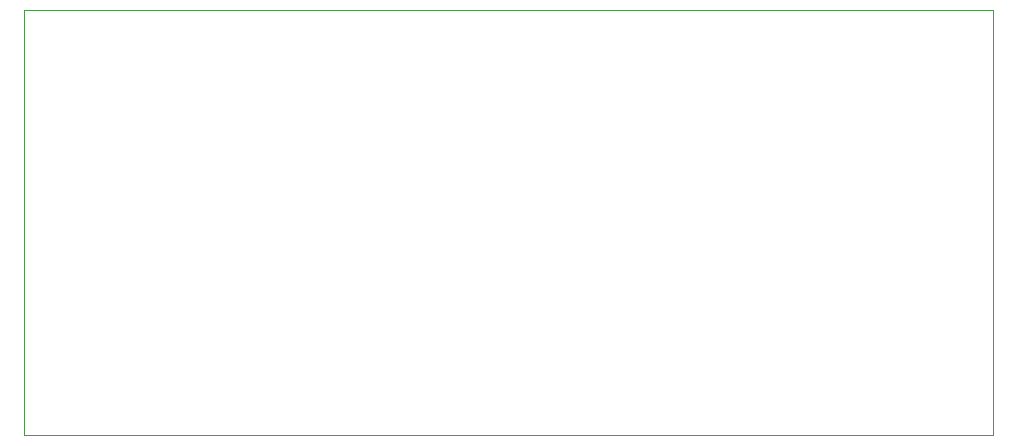
<source format=gbr>
G04 --- HEADER BEGIN --- *
G04 #@! TF.GenerationSoftware,LibrePCB,LibrePCB,0.1.7*
G04 #@! TF.CreationDate,2023-11-18T14:18:11*
G04 #@! TF.ProjectId,CRi-CRi_Display,14a54b12-152a-4fb2-828b-3daff0557bc7,v1*
G04 #@! TF.Part,Single*
G04 #@! TF.SameCoordinates*
G04 #@! TF.FileFunction,Profile,NP*
%FSLAX66Y66*%
%MOMM*%
G01*
G75*
G04 --- HEADER END --- *
G04 --- APERTURE LIST BEGIN --- *
G04 #@! TA.AperFunction,Profile*
%ADD10C,0.001*%
G04 #@! TD*
G04 --- APERTURE LIST END --- *
G04 --- BOARD BEGIN --- *
D10*
X0Y0D02*
X82000000Y0D01*
X82000000Y36000000D01*
X0Y36000000D01*
X0Y0D01*
G04 --- BOARD END --- *
G04 #@! TF.MD5,dd31d964245a34926fd41263b1ffcd99*
M02*

</source>
